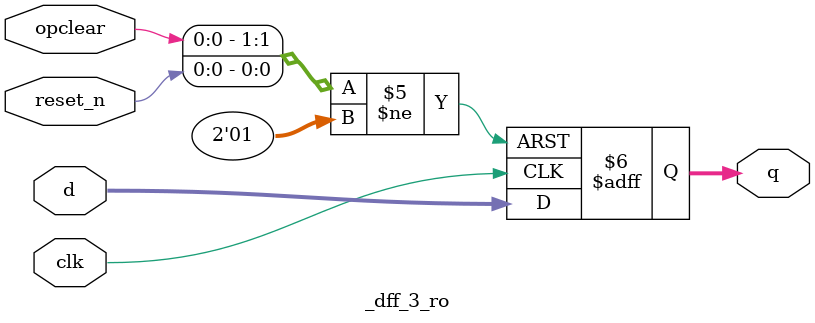
<source format=v>
module _dff_3_ro(clk, reset_n, opclear, d, q);							//declare d flip flop resetable module
	input clk, reset_n, opclear;												//set input
	input [2:0] d;
	output reg [2:0] q;												//set output reg
	
	always@ (posedge clk or negedge reset_n or posedge opclear)					//always clk is positive edge and reset_n is negetive edge
	begin		
		if(reset_n == 0) q <= 3'b0;								//if reset_n is 0, q is 0
		else if(opclear == 1) q <= 3'b0;
		else q <= d;													//else q is d (nonblocking)
	end
endmodule

</source>
